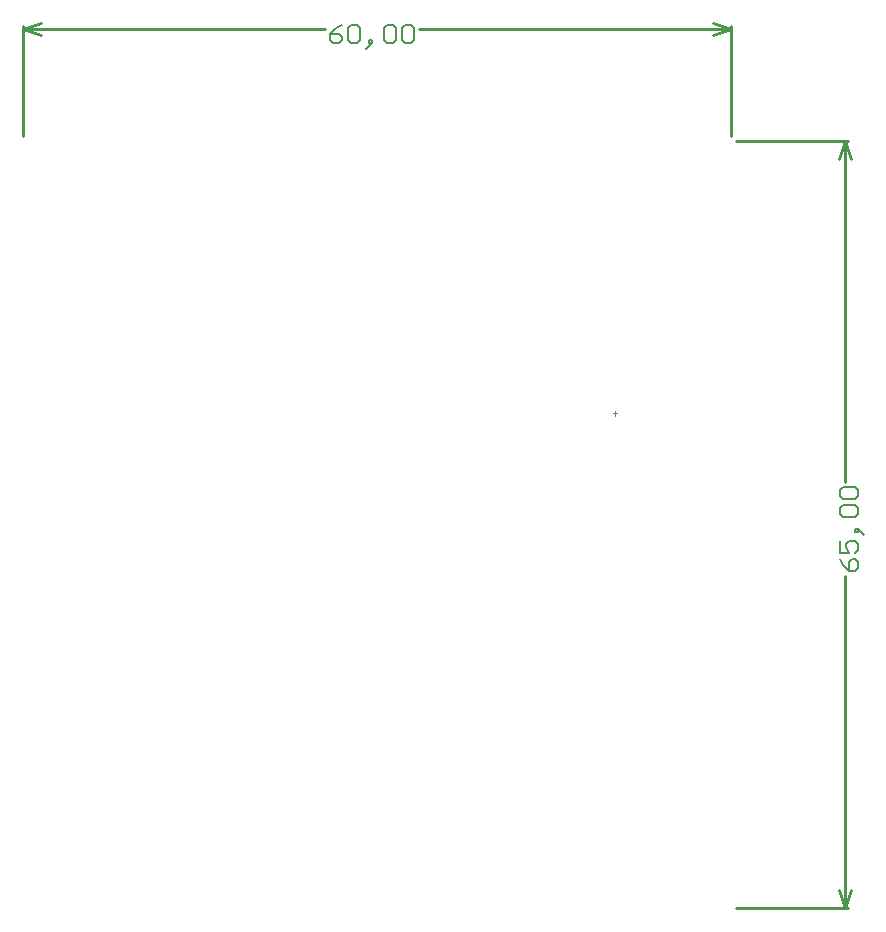
<source format=gm1>
%FSDAX24Y24*%
%MOIN*%
%SFA1B1*%

%IPPOS*%
%ADD32C,0.010000*%
%ADD53C,0.003900*%
%ADD85C,0.006000*%
%LNde-300617-1*%
%LPD*%
G54D32*
X036172Y038141D02*
Y041800D01*
X012550Y038141D02*
Y041800D01*
X025761Y041700D02*
X036172D01*
X012550D02*
X022641D01*
X035572Y041900D02*
X036172Y041700D01*
X035572Y041500D02*
X036172Y041700D01*
X012550D02*
X013150Y041500D01*
X012550Y041700D02*
X013150Y041900D01*
X036322Y012400D02*
X040050D01*
X036322Y037991D02*
X040050D01*
X039950Y012400D02*
Y023476D01*
Y026595D02*
Y037991D01*
Y012400D02*
X040150Y013000D01*
X039750D02*
X039950Y012400D01*
X039750Y037391D02*
X039950Y037991D01*
X040150Y037391*
G54D53*
X032221Y028900D02*
X032379D01*
X032300Y028821D02*
Y028979D01*
G54D85*
X023201Y041840D02*
X023001Y041740D01*
X022801Y041540*
Y041340*
X022901Y041240*
X023101*
X023201Y041340*
Y041440*
X023101Y041540*
X022801*
X023401Y041740D02*
X023501Y041840D01*
X023701*
X023801Y041740*
Y041340*
X023701Y041240*
X023501*
X023401Y041340*
Y041740*
X024101Y041140D02*
X024201Y041240D01*
Y041340*
X024101*
Y041240*
X024201*
X024101Y041140*
X024001Y041040*
X024601Y041740D02*
X024701Y041840D01*
X024901*
X025001Y041740*
Y041340*
X024901Y041240*
X024701*
X024601Y041340*
Y041740*
X025201D02*
X025301Y041840D01*
X025501*
X025601Y041740*
Y041340*
X025501Y041240*
X025301*
X025201Y041340*
Y041740*
X039810Y024036D02*
X039910Y023836D01*
X040110Y023636*
X040310*
X040410Y023736*
Y023936*
X040310Y024036*
X040210*
X040110Y023936*
Y023636*
X039810Y024635D02*
Y024236D01*
X040110*
X040010Y024435*
Y024535*
X040110Y024635*
X040310*
X040410Y024535*
Y024335*
X040310Y024236*
X040510Y024935D02*
X040410Y025035D01*
X040310*
Y024935*
X040410*
Y025035*
X040510Y024935*
X040610Y024835*
X039910Y025435D02*
X039810Y025535D01*
Y025735*
X039910Y025835*
X040310*
X040410Y025735*
Y025535*
X040310Y025435*
X039910*
Y026035D02*
X039810Y026135D01*
Y026335*
X039910Y026435*
X040310*
X040410Y026335*
Y026135*
X040310Y026035*
X039910*
M02*
</source>
